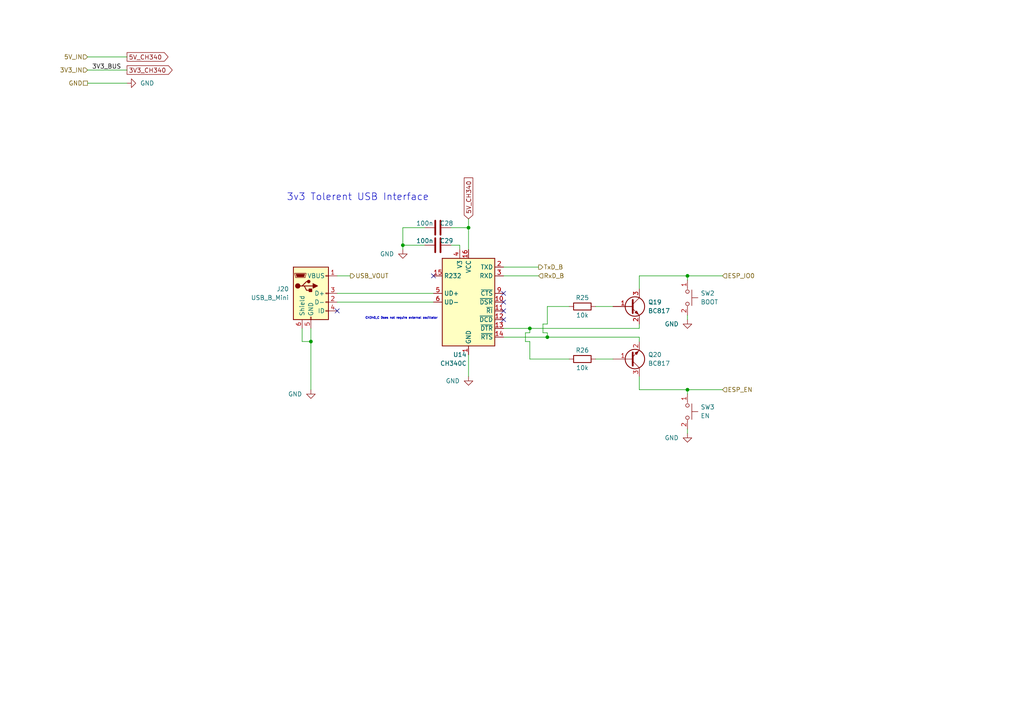
<source format=kicad_sch>
(kicad_sch (version 20211123) (generator eeschema)
  (paper "A4")
  (lib_symbols
    (symbol "000_Capacitor_Film_Immo:cap_film_0805" (pin_numbers hide) (pin_names (offset 0.254))
      (property "Reference" "C" (at 0.635 2.54 0))
      (property "Value" "cap_film_0805" (at 0.635 -2.54 0))
      (symbol "cap_film_0805_0_1"
        (polyline (pts (xy -2.032 -0.762) (xy 2.032 -0.762)) (stroke (width 0.508)))
        (polyline (pts (xy -2.032 0.762) (xy 2.032 0.762)) (stroke (width 0.508)))
      )
      (symbol "cap_film_0805_1_1"
        (pin passive line (at 0 3.81 270) (length 2.794) (name "~") (number "1"))
        (pin passive line (at 0 -3.81 90) (length 2.794) (name "~") (number "2"))
      )
    )
    (symbol "000_Resistors_Immo:Resistor_0805" (pin_numbers hide) (pin_names (offset 0))
      (property "Reference" "R?" (at 2.54 1.2701 0))
      (property "Value" "Resistor_0805" (at 2.54 -1.2699 0))
      (symbol "Resistor_0805_0_1"
        (rectangle (start -1.016 -2.54) (end 1.016 2.54) (stroke (width 0.254)))
      )
      (symbol "Resistor_0805_1_1"
        (pin passive line (at 0 3.81 270) (length 1.27) (name "~") (number "1"))
        (pin passive line (at 0 -3.81 90) (length 1.27) (name "~") (number "2"))
      )
    )
    (symbol "000_Switches_Immo:pushbutton_tactile_2pin_SMD" (pin_names (offset 1.016) hide)
      (property "Reference" "SW" (at 0.635 5.715 0))
      (property "Value" "pushbutton_tactile_2pin_SMD" (at 0 -3.175 0))
      (symbol "pushbutton_tactile_2pin_SMD_0_1"
        (circle (center -1.778 2.54) (radius 0.508))
        (polyline (pts (xy -2.286 3.81) (xy 2.286 3.81)))
        (polyline (pts (xy 0 3.81) (xy 0 5.588)))
        (circle (center 1.778 2.54) (radius 0.508))
        (pin passive line (at -5.08 2.54 0) (length 2.54) (name "1") (number "1"))
        (pin passive line (at 5.08 2.54 180) (length 2.6) (name "2") (number "2"))
      )
    )
    (symbol "Connector:USB_B_Mini" (pin_names (offset 1.016))
      (property "Reference" "J" (at -5.08 11.43 0))
      (property "Value" "USB_B_Mini" (at -5.08 8.89 0))
      (symbol "USB_B_Mini_0_1"
        (rectangle (start -5.08 -7.62) (end 5.08 7.62) (stroke (width 0.254)) (fill (type background)))
        (circle (center -3.81 2.159) (radius 0.635) (stroke (width 0.254)) (fill (type outline)))
        (circle (center -0.635 3.429) (radius 0.381) (stroke (width 0.254)) (fill (type outline)))
        (rectangle (start -0.127 -7.62) (end 0.127 -6.858))
        (polyline (pts (xy -1.905 2.159) (xy 0.635 2.159)) (stroke (width 0.254)))
        (polyline (pts (xy -3.175 2.159) (xy -2.54 2.159) (xy -1.27 3.429) (xy -0.635 3.429)) (stroke (width 0.254)))
        (polyline (pts (xy -2.54 2.159) (xy -1.905 2.159) (xy -1.27 0.889) (xy 0 0.889)) (stroke (width 0.254)))
        (polyline (pts (xy 0.635 2.794) (xy 0.635 1.524) (xy 1.905 2.159) (xy 0.635 2.794)) (stroke (width 0.254)) (fill (type outline)))
        (polyline (pts (xy -4.318 5.588) (xy -1.778 5.588) (xy -2.032 4.826) (xy -4.064 4.826) (xy -4.318 5.588)) (fill (type outline)))
        (polyline (pts (xy -4.699 5.842) (xy -4.699 5.588) (xy -4.445 4.826) (xy -4.445 4.572) (xy -1.651 4.572) (xy -1.651 4.826) (xy -1.397 5.588) (xy -1.397 5.842) (xy -4.699 5.842)))
        (rectangle (start 0.254 1.27) (end -0.508 0.508) (stroke (width 0.254)) (fill (type outline)))
        (rectangle (start 5.08 -5.207) (end 4.318 -4.953))
        (rectangle (start 5.08 -2.667) (end 4.318 -2.413))
        (rectangle (start 5.08 -0.127) (end 4.318 0.127))
        (rectangle (start 5.08 4.953) (end 4.318 5.207))
      )
      (symbol "USB_B_Mini_1_1"
        (pin power_out line (at 7.62 5.08 180) (length 2.54) (name "VBUS") (number "1"))
        (pin bidirectional line (at 7.62 -2.54 180) (length 2.54) (name "D-") (number "2"))
        (pin bidirectional line (at 7.62 0 180) (length 2.54) (name "D+") (number "3"))
        (pin passive line (at 7.62 -5.08 180) (length 2.54) (name "ID") (number "4"))
        (pin power_out line (at 0 -10.16 90) (length 2.54) (name "GND") (number "5"))
        (pin passive line (at -2.54 -10.16 90) (length 2.54) (name "Shield") (number "6"))
      )
    )
    (symbol "Interface_USB:CH340C"
      (property "Reference" "U" (at -5.08 13.97 0))
      (property "Value" "CH340C" (at 1.27 13.97 0))
      (symbol "CH340C_0_1"
        (rectangle (start -7.62 12.7) (end 7.62 -12.7) (stroke (width 0.254)) (fill (type background)))
      )
      (symbol "CH340C_1_1"
        (pin power_in line (at 0 -15.24 90) (length 2.54) (name "GND") (number "1"))
        (pin input line (at 10.16 0 180) (length 2.54) (name "~{DSR}") (number "10"))
        (pin input line (at 10.16 -2.54 180) (length 2.54) (name "~{RI}") (number "11"))
        (pin input line (at 10.16 -5.08 180) (length 2.54) (name "~{DCD}") (number "12"))
        (pin output line (at 10.16 -7.62 180) (length 2.54) (name "~{DTR}") (number "13"))
        (pin output line (at 10.16 -10.16 180) (length 2.54) (name "~{RTS}") (number "14"))
        (pin input line (at -10.16 7.62 0) (length 2.54) (name "R232") (number "15"))
        (pin power_in line (at 0 15.24 270) (length 2.54) (name "VCC") (number "16"))
        (pin output line (at 10.16 10.16 180) (length 2.54) (name "TXD") (number "2"))
        (pin input line (at 10.16 7.62 180) (length 2.54) (name "RXD") (number "3"))
        (pin passive line (at -2.54 15.24 270) (length 2.54) (name "V3") (number "4"))
        (pin bidirectional line (at -10.16 2.54 0) (length 2.54) (name "UD+") (number "5"))
        (pin bidirectional line (at -10.16 0 0) (length 2.54) (name "UD-") (number "6"))
        (pin no_connect line (at -7.62 -7.62 0) (length 2.54) hide (name "NC") (number "7"))
        (pin no_connect line (at -7.62 -10.16 0) (length 2.54) hide (name "NC") (number "8"))
        (pin input line (at 10.16 2.54 180) (length 2.54) (name "~{CTS}") (number "9"))
      )
    )
    (symbol "Transistor_BJT:BC817" (pin_names (offset 0) hide)
      (property "Reference" "Q" (at 5.08 1.905 0))
      (property "Value" "BC817" (at 5.08 0 0))
      (symbol "BC817_0_1"
        (polyline (pts (xy 0.635 0.635) (xy 2.54 2.54)))
        (polyline (pts (xy 0.635 -0.635) (xy 2.54 -2.54) (xy 2.54 -2.54)))
        (polyline (pts (xy 0.635 1.905) (xy 0.635 -1.905) (xy 0.635 -1.905)) (stroke (width 0.508)))
        (polyline (pts (xy 1.27 -1.778) (xy 1.778 -1.27) (xy 2.286 -2.286) (xy 1.27 -1.778) (xy 1.27 -1.778)) (fill (type outline)))
        (circle (center 1.27 0) (radius 2.8194) (stroke (width 0.254)))
      )
      (symbol "BC817_1_1"
        (pin input line (at -5.08 0 0) (length 5.715) (name "B") (number "1"))
        (pin passive line (at 2.54 -5.08 90) (length 2.54) (name "E") (number "2"))
        (pin passive line (at 2.54 5.08 270) (length 2.54) (name "C") (number "3"))
      )
    )
    (symbol "power:GND" (power) (pin_names (offset 0))
      (property "Value" "GND" (at 0 -3.81 0))
      (symbol "GND_0_1"
        (polyline (pts (xy 0 0) (xy 0 -1.27) (xy 1.27 -1.27) (xy 0 -2.54) (xy -1.27 -1.27) (xy 0 -1.27)))
      )
      (symbol "GND_1_1"
        (pin power_in line (at 0 0 270) (length 0) hide (name "GND") (number "1"))
      )
    )
  )
  (junction (at 90.17 99.06))
  (junction (at 158.75 97.79))
  (junction (at 116.84 71.12))
  (junction (at 153.67 95.25))
  (junction (at 135.89 66.04))
  (junction (at 199.39 80.01))
  (junction (at 199.39 113.03))
  (no_connect (at 97.79 90.17))
  (no_connect (at 146.05 90.17))
  (no_connect (at 125.73 80.01))
  (no_connect (at 146.05 85.09))
  (no_connect (at 146.05 87.63))
  (no_connect (at 146.05 92.71))
  (wire (pts (xy 87.63 99.06) (xy 90.17 99.06)))
  (wire (pts (xy 146.05 97.79) (xy 158.75 97.79)))
  (wire (pts (xy 165.1 104.14) (xy 153.67 104.14)))
  (wire (pts (xy 152.4 99.06) (xy 152.4 96.52)))
  (wire (pts (xy 116.84 71.12) (xy 116.84 66.04)))
  (wire (pts (xy 185.42 113.03) (xy 199.39 113.03)))
  (wire (pts (xy 199.39 113.03) (xy 199.39 114.3)))
  (wire (pts (xy 156.21 77.47) (xy 146.05 77.47)))
  (wire (pts (xy 25.4 20.32) (xy 36.83 20.32)))
  (wire (pts (xy 158.75 88.9) (xy 158.75 93.98)))
  (wire (pts (xy 172.72 104.14) (xy 177.8 104.14)))
  (wire (pts (xy 185.42 93.98) (xy 185.42 95.25)))
  (wire (pts (xy 158.75 96.52) (xy 158.75 97.79)))
  (wire (pts (xy 157.48 93.98) (xy 157.48 96.52)))
  (wire (pts (xy 153.67 95.25) (xy 185.42 95.25)))
  (wire (pts (xy 97.79 85.09) (xy 125.73 85.09)))
  (wire (pts (xy 133.35 71.12) (xy 130.81 71.12)))
  (wire (pts (xy 172.72 88.9) (xy 177.8 88.9)))
  (wire (pts (xy 135.89 66.04) (xy 130.81 66.04)))
  (wire (pts (xy 152.4 96.52) (xy 153.67 96.52)))
  (wire (pts (xy 199.39 124.46) (xy 199.39 125.73)))
  (wire (pts (xy 199.39 80.01) (xy 209.55 80.01)))
  (wire (pts (xy 116.84 72.39) (xy 116.84 71.12)))
  (wire (pts (xy 133.35 72.39) (xy 133.35 71.12)))
  (wire (pts (xy 158.75 97.79) (xy 185.42 97.79)))
  (wire (pts (xy 158.75 93.98) (xy 157.48 93.98)))
  (wire (pts (xy 116.84 66.04) (xy 123.19 66.04)))
  (wire (pts (xy 25.4 24.13) (xy 36.83 24.13)))
  (wire (pts (xy 157.48 96.52) (xy 158.75 96.52)))
  (wire (pts (xy 199.39 91.44) (xy 199.39 92.71)))
  (wire (pts (xy 153.67 104.14) (xy 153.67 99.06)))
  (wire (pts (xy 101.6 80.01) (xy 97.79 80.01)))
  (wire (pts (xy 25.4 16.51) (xy 36.83 16.51)))
  (wire (pts (xy 146.05 95.25) (xy 153.67 95.25)))
  (wire (pts (xy 135.89 66.04) (xy 135.89 72.39)))
  (wire (pts (xy 135.89 102.87) (xy 135.89 109.22)))
  (wire (pts (xy 199.39 113.03) (xy 209.55 113.03)))
  (wire (pts (xy 97.79 87.63) (xy 125.73 87.63)))
  (wire (pts (xy 165.1 88.9) (xy 158.75 88.9)))
  (wire (pts (xy 156.21 80.01) (xy 146.05 80.01)))
  (wire (pts (xy 153.67 99.06) (xy 152.4 99.06)))
  (wire (pts (xy 135.89 63.5) (xy 135.89 66.04)))
  (wire (pts (xy 199.39 80.01) (xy 185.42 80.01)))
  (wire (pts (xy 199.39 80.01) (xy 199.39 81.28)))
  (wire (pts (xy 185.42 97.79) (xy 185.42 99.06)))
  (wire (pts (xy 90.17 95.25) (xy 90.17 99.06)))
  (wire (pts (xy 185.42 80.01) (xy 185.42 83.82)))
  (wire (pts (xy 116.84 71.12) (xy 123.19 71.12)))
  (wire (pts (xy 185.42 113.03) (xy 185.42 109.22)))
  (wire (pts (xy 153.67 95.25) (xy 153.67 96.52)))
  (wire (pts (xy 87.63 95.25) (xy 87.63 99.06)))
  (wire (pts (xy 90.17 99.06) (xy 90.17 113.03)))
  (text "3v3 Tolerent USB Interface" (at 124.46 58.42 180) (effects (font (size 2 2)) (justify right bottom)))
  (text "CH340_C Does not require external oscillator" (at 127 92.71 180) (effects (font (size 0.6 0.6)) (justify right bottom)))
  (label "3V3_BUS" (at 26.67 20.32 0))
  (global_label "5V_CH340" (shape output) (at 36.83 16.51 0) (property "Intersheet References" "${INTERSHEET_REFS}" (effects hide)))
  (global_label "5V_CH340" (shape input) (at 135.89 63.5 90) (property "Intersheet References" "${INTERSHEET_REFS}" (effects hide)))
  (global_label "3V3_CH340" (shape output) (at 36.83 20.32 0) (property "Intersheet References" "${INTERSHEET_REFS}" (effects hide)))
  (hierarchical_label "RxD_B" (shape input) (at 156.21 80.01 0))
  (hierarchical_label "3V3_IN" (shape input) (at 25.4 20.32 180))
  (hierarchical_label "ESP_EN" (shape input) (at 209.55 113.03 0))
  (hierarchical_label "5V_IN" (shape input) (at 25.4 16.51 180))
  (hierarchical_label "USB_VOUT" (shape output) (at 101.6 80.01 0))
  (hierarchical_label "GND" (shape passive) (at 25.4 24.13 180))
  (hierarchical_label "ESP_IO0" (shape input) (at 209.55 80.01 0))
  (hierarchical_label "TxD_B" (shape output) (at 156.21 77.47 0))
  (symbol (lib_id "000_Capacitor_Film_Immo:cap_film_0805") (at 127 66.04 270) (mirror x) (unit 1)
    (property "Reference" "C28" (at 129.54 64.77 90))
    (property "Value" "100n" (at 123.19 64.77 90))
    (property "Footprint" "Capacitor_SMD:C_0805_2012Metric_Pad1.18x1.45mm_HandSolder" (effects hide))
  )
  (symbol (lib_id "power:GND") (at 199.39 92.71 0) (mirror y) (unit 1)
    (property "Reference" "#PWR086" (effects hide))
    (property "Value" "GND" (at 196.85 93.9799 0) (effects (justify left)))
  )
  (symbol (lib_id "power:GND") (at 116.84 72.39 0) (mirror y) (unit 1)
    (property "Reference" "#PWR084" (effects hide))
    (property "Value" "GND" (at 114.3 73.6599 0) (effects (justify left)))
  )
  (symbol (lib_id "Interface_USB:CH340C") (at 135.89 87.63 0) (unit 1)
    (property "Reference" "U14" (at 135.3694 102.87 0) (effects (justify right)))
    (property "Value" "CH340C" (at 135.3694 105.41 0) (effects (justify right)))
    (property "Footprint" "Package_SO:SOIC-16_3.9x9.9mm_P1.27mm" (effects hide))
    (property "Datasheet" "https://datasheet.lcsc.com/szlcsc/Jiangsu-Qin-Heng-CH340C_C84681.pdf" (effects hide))
  )
  (symbol (lib_id "power:GND") (at 90.17 113.03 0) (mirror y) (unit 1)
    (property "Reference" "#PWR083" (effects hide))
    (property "Value" "GND" (at 87.63 114.2999 0) (effects (justify left)))
  )
  (symbol (lib_id "000_Capacitor_Film_Immo:cap_film_0805") (at 127 71.12 270) (mirror x) (unit 1)
    (property "Reference" "C29" (at 129.54 69.85 90))
    (property "Value" "100n" (at 123.19 69.85 90))
    (property "Footprint" "Capacitor_SMD:C_0805_2012Metric_Pad1.18x1.45mm_HandSolder" (effects hide))
  )
  (symbol (lib_id "power:GND") (at 36.83 24.13 90) (unit 1)
    (property "Reference" "#PWR082" (effects hide))
    (property "Value" "GND" (at 40.64 24.1299 90) (effects (justify right)))
  )
  (symbol (lib_id "Transistor_BJT:BC817") (at 182.88 88.9 0) (unit 1)
    (property "Reference" "Q19" (at 187.96 87.6299 0) (effects (justify left)))
    (property "Value" "BC817" (at 187.96 90.1699 0) (effects (justify left)))
    (property "Footprint" "Package_TO_SOT_SMD:SOT-23" (effects hide))
    (property "Datasheet" "https://www.onsemi.com/pub/Collateral/BC818-D.pdf" (effects hide))
  )
  (symbol (lib_id "000_Switches_Immo:pushbutton_tactile_2pin_SMD") (at 196.85 119.38 270) (unit 1)
    (property "Reference" "SW3" (at 203.2 118.0799 90) (effects (justify left)))
    (property "Value" "EN" (at 203.2 120.6199 90) (effects (justify left)))
  )
  (symbol (lib_id "power:GND") (at 199.39 125.73 0) (mirror y) (unit 1)
    (property "Reference" "#PWR087" (effects hide))
    (property "Value" "GND" (at 196.85 126.9999 0) (effects (justify left)))
  )
  (symbol (lib_id "000_Resistors_Immo:Resistor_0805") (at 168.91 88.9 90) (unit 1)
    (property "Reference" "R25" (at 168.91 86.36 90))
    (property "Value" "10k" (at 168.91 91.44 90))
    (property "Footprint" "Resistor_SMD:R_0805_2012Metric_Pad1.20x1.40mm_HandSolder" (effects hide))
  )
  (symbol (lib_id "000_Resistors_Immo:Resistor_0805") (at 168.91 104.14 90) (unit 1)
    (property "Reference" "R26" (at 168.91 101.6 90))
    (property "Value" "10k" (at 168.91 106.68 90))
    (property "Footprint" "Resistor_SMD:R_0805_2012Metric_Pad1.20x1.40mm_HandSolder" (effects hide))
  )
  (symbol (lib_id "Connector:USB_B_Mini") (at 90.17 85.09 0) (unit 1)
    (property "Reference" "J20" (at 83.82 83.8199 0) (effects (justify right)))
    (property "Value" "USB_B_Mini" (at 83.82 86.3599 0) (effects (justify right)))
  )
  (symbol (lib_id "000_Switches_Immo:pushbutton_tactile_2pin_SMD") (at 196.85 86.36 270) (unit 1)
    (property "Reference" "SW2" (at 203.2 85.0599 90) (effects (justify left)))
    (property "Value" "BOOT" (at 203.2 87.5999 90) (effects (justify left)))
  )
  (symbol (lib_id "power:GND") (at 135.89 109.22 0) (mirror y) (unit 1)
    (property "Reference" "#PWR085" (effects hide))
    (property "Value" "GND" (at 133.35 110.4899 0) (effects (justify left)))
  )
  (symbol (lib_id "Transistor_BJT:BC817") (at 182.88 104.14 0) (mirror x) (unit 1)
    (property "Reference" "Q20" (at 187.96 102.8699 0) (effects (justify left)))
    (property "Value" "BC817" (at 187.96 105.4099 0) (effects (justify left)))
    (property "Footprint" "Package_TO_SOT_SMD:SOT-23" (effects hide))
    (property "Datasheet" "https://www.onsemi.com/pub/Collateral/BC818-D.pdf" (effects hide))
  )
)
</source>
